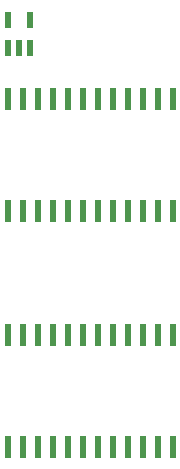
<source format=gtp>
%TF.GenerationSoftware,KiCad,Pcbnew,(5.1.6-0-10_14)*%
%TF.CreationDate,2020-09-10T15:49:12+09:00*%
%TF.ProjectId,qPCR-photo_mux_CD74HC4067M96,71504352-2d70-4686-9f74-6f5f6d75785f,rev?*%
%TF.SameCoordinates,Original*%
%TF.FileFunction,Paste,Top*%
%TF.FilePolarity,Positive*%
%FSLAX46Y46*%
G04 Gerber Fmt 4.6, Leading zero omitted, Abs format (unit mm)*
G04 Created by KiCad (PCBNEW (5.1.6-0-10_14)) date 2020-09-10 15:49:12*
%MOMM*%
%LPD*%
G01*
G04 APERTURE LIST*
%ADD10R,0.558800X1.879600*%
%ADD11R,0.558800X1.473200*%
G04 APERTURE END LIST*
D10*
%TO.C,U1*%
X99985000Y-92262900D03*
X98715000Y-92262900D03*
X97445000Y-92262900D03*
X96175000Y-92262900D03*
X94905000Y-92262900D03*
X93635000Y-92262900D03*
X92365000Y-92262900D03*
X91095000Y-92262900D03*
X89825000Y-92262900D03*
X88555000Y-92262900D03*
X87285000Y-92262900D03*
X86015000Y-92262900D03*
X86015000Y-101737100D03*
X87285000Y-101737100D03*
X88555000Y-101737100D03*
X89825000Y-101737100D03*
X91095000Y-101737100D03*
X92365000Y-101737100D03*
X93635000Y-101737100D03*
X94905000Y-101737100D03*
X96175000Y-101737100D03*
X97445000Y-101737100D03*
X98715000Y-101737100D03*
X99985000Y-101737100D03*
%TD*%
D11*
%TO.C,U2*%
X85999999Y-65612400D03*
X87900001Y-65612400D03*
X87900001Y-68000000D03*
X86950000Y-68000000D03*
X85999999Y-68000000D03*
%TD*%
D10*
%TO.C,U3*%
X99985000Y-81737100D03*
X98715000Y-81737100D03*
X97445000Y-81737100D03*
X96175000Y-81737100D03*
X94905000Y-81737100D03*
X93635000Y-81737100D03*
X92365000Y-81737100D03*
X91095000Y-81737100D03*
X89825000Y-81737100D03*
X88555000Y-81737100D03*
X87285000Y-81737100D03*
X86015000Y-81737100D03*
X86015000Y-72262900D03*
X87285000Y-72262900D03*
X88555000Y-72262900D03*
X89825000Y-72262900D03*
X91095000Y-72262900D03*
X92365000Y-72262900D03*
X93635000Y-72262900D03*
X94905000Y-72262900D03*
X96175000Y-72262900D03*
X97445000Y-72262900D03*
X98715000Y-72262900D03*
X99985000Y-72262900D03*
%TD*%
M02*

</source>
